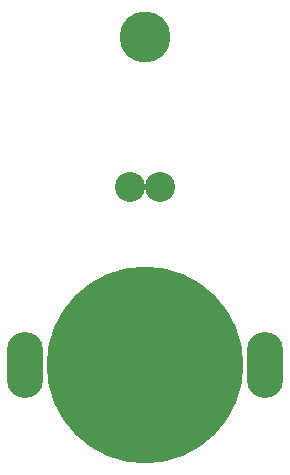
<source format=gbs>
G04 (created by PCBNEW (2013-07-07 BZR 4022)-stable) date 23/08/2014 11:16:52*
%MOIN*%
G04 Gerber Fmt 3.4, Leading zero omitted, Abs format*
%FSLAX34Y34*%
G01*
G70*
G90*
G04 APERTURE LIST*
%ADD10C,0.00590551*%
%ADD11C,0.1*%
%ADD12O,0.12X0.22*%
%ADD13C,0.6562*%
%ADD14C,0.17*%
G04 APERTURE END LIST*
G54D10*
G54D11*
X36000Y-36500D03*
X37000Y-36500D03*
G54D12*
X32500Y-42450D03*
X40500Y-42450D03*
G54D13*
X36500Y-42450D03*
G54D14*
X36500Y-31500D03*
M02*

</source>
